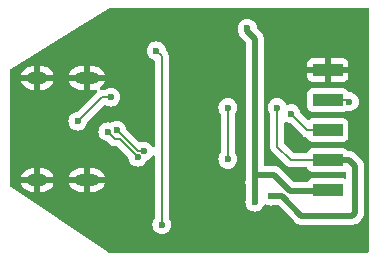
<source format=gbr>
%TF.GenerationSoftware,KiCad,Pcbnew,8.0.4*%
%TF.CreationDate,2024-08-06T21:58:01+07:00*%
%TF.ProjectId,cp2104-pd-source-v01,63703231-3034-42d7-9064-2d736f757263,rev?*%
%TF.SameCoordinates,Original*%
%TF.FileFunction,Copper,L2,Bot*%
%TF.FilePolarity,Positive*%
%FSLAX46Y46*%
G04 Gerber Fmt 4.6, Leading zero omitted, Abs format (unit mm)*
G04 Created by KiCad (PCBNEW 8.0.4) date 2024-08-06 21:58:01*
%MOMM*%
%LPD*%
G01*
G04 APERTURE LIST*
%TA.AperFunction,ComponentPad*%
%ADD10O,2.100000X1.000000*%
%TD*%
%TA.AperFunction,ComponentPad*%
%ADD11O,1.800000X1.000000*%
%TD*%
%TA.AperFunction,SMDPad,CuDef*%
%ADD12R,2.500000X1.000000*%
%TD*%
%TA.AperFunction,ViaPad*%
%ADD13C,0.600000*%
%TD*%
%TA.AperFunction,Conductor*%
%ADD14C,0.508000*%
%TD*%
%TA.AperFunction,Conductor*%
%ADD15C,0.200000*%
%TD*%
G04 APERTURE END LIST*
D10*
%TO.P,J1,S1,SHIELD*%
%TO.N,GND*%
X124706000Y-55782000D03*
D11*
X120526000Y-55782000D03*
D10*
X124706000Y-64422000D03*
D11*
X120526000Y-64422000D03*
%TD*%
D12*
%TO.P,J4,1,Pin_1*%
%TO.N,+5V*%
X145097000Y-65278000D03*
%TO.P,J4,2,Pin_2*%
%TO.N,+5V_IN*%
X145097000Y-62738000D03*
%TO.P,J4,3,Pin_3*%
%TO.N,DSR*%
X145097000Y-60198000D03*
%TO.P,J4,4,Pin_4*%
%TO.N,CTS*%
X145097000Y-57658000D03*
%TO.P,J4,5,Pin_5*%
%TO.N,GND*%
X145097000Y-55118000D03*
%TD*%
D13*
%TO.N,+5V*%
X138943000Y-66299000D03*
X138943000Y-64643000D03*
X138303000Y-51562000D03*
%TO.N,GND*%
X128143000Y-64643000D03*
X141935200Y-63754000D03*
X141605000Y-53975000D03*
X135509000Y-54737000D03*
X147193000Y-51689000D03*
X132461000Y-64262000D03*
X135382000Y-66802000D03*
X141224000Y-69088000D03*
X128143000Y-63881000D03*
X142443200Y-64211200D03*
X127381000Y-63881000D03*
X132461000Y-62738000D03*
X127381000Y-64643000D03*
X147955000Y-52451000D03*
X124587000Y-52959000D03*
X147955000Y-51689000D03*
X134747000Y-53975000D03*
X147193000Y-52451000D03*
X119368846Y-61217520D03*
X132080000Y-59182000D03*
X132842000Y-58420000D03*
X132461000Y-63500000D03*
X120142000Y-61214000D03*
X140843000Y-53213000D03*
X129032000Y-59182000D03*
X134747000Y-54737000D03*
X136906000Y-66802000D03*
X147828000Y-69088000D03*
X119380000Y-60452000D03*
X129032000Y-59944000D03*
X147828000Y-60833000D03*
X125349000Y-52959000D03*
X136144000Y-66802000D03*
X132080000Y-58420000D03*
X141605000Y-53213000D03*
X140843000Y-53975000D03*
X135509000Y-53975000D03*
X129794000Y-59944000D03*
X147828000Y-69850000D03*
X124587000Y-52197000D03*
X125349000Y-52197000D03*
X141224000Y-69850000D03*
X132842000Y-59182000D03*
X147828000Y-60071000D03*
X120142000Y-60452000D03*
X129794000Y-59182000D03*
%TO.N,+5V_IN*%
X140335000Y-65786000D03*
X146177000Y-67437000D03*
X140843000Y-58293000D03*
%TO.N,D+*%
X127254000Y-60198000D03*
X129540000Y-61976000D03*
%TO.N,D-*%
X129025932Y-62490068D03*
X126492000Y-60352000D03*
%TO.N,CC2*%
X123952000Y-59436000D03*
X126746000Y-57404000D03*
%TO.N,CTS*%
X146939000Y-57785000D03*
%TO.N,DSR*%
X141986000Y-58801000D03*
%TO.N,VBUS_EN*%
X130603372Y-53488000D03*
X131064000Y-68199000D03*
%TO.N,VADP_EN*%
X136652000Y-58293000D03*
X136652000Y-62665000D03*
%TD*%
D14*
%TO.N,+5V*%
X138943000Y-64008000D02*
X138943000Y-52456000D01*
X138943000Y-52456000D02*
X138303000Y-51816000D01*
X138303000Y-51816000D02*
X138303000Y-51562000D01*
X145051000Y-65324000D02*
X141905000Y-65324000D01*
X138943000Y-66299000D02*
X138943000Y-64643000D01*
X140589000Y-64008000D02*
X138943000Y-64008000D01*
X145097000Y-65278000D02*
X145051000Y-65324000D01*
X141905000Y-65324000D02*
X140589000Y-64008000D01*
X138943000Y-64643000D02*
X138943000Y-64008000D01*
D15*
%TO.N,+5V_IN*%
X140843000Y-58293000D02*
X140843000Y-61595000D01*
D14*
X147447000Y-63246000D02*
X147447000Y-67183000D01*
D15*
X141986000Y-62738000D02*
X145097000Y-62738000D01*
D14*
X141224000Y-65786000D02*
X140335000Y-65786000D01*
X147193000Y-67437000D02*
X146177000Y-67437000D01*
X142875000Y-67437000D02*
X141224000Y-65786000D01*
X147447000Y-67183000D02*
X147193000Y-67437000D01*
X146177000Y-67437000D02*
X142875000Y-67437000D01*
X145097000Y-62738000D02*
X146939000Y-62738000D01*
X146939000Y-62738000D02*
X147447000Y-63246000D01*
D15*
X140843000Y-61595000D02*
X141986000Y-62738000D01*
%TO.N,D+*%
X129527068Y-61963068D02*
X129540000Y-61976000D01*
X127254000Y-60198000D02*
X129019068Y-61963068D01*
X129019068Y-61963068D02*
X129527068Y-61963068D01*
%TO.N,D-*%
X127119000Y-60979000D02*
X126492000Y-60352000D01*
X126646000Y-60352000D02*
X126492000Y-60352000D01*
X129025932Y-62477932D02*
X127527000Y-60979000D01*
X129025932Y-62490068D02*
X129025932Y-62477932D01*
X127527000Y-60979000D02*
X127119000Y-60979000D01*
%TO.N,CC2*%
X125984000Y-57404000D02*
X126746000Y-57404000D01*
X123952000Y-59436000D02*
X125984000Y-57404000D01*
%TO.N,CTS*%
X146812000Y-57658000D02*
X145097000Y-57658000D01*
X146939000Y-57785000D02*
X146812000Y-57658000D01*
%TO.N,DSR*%
X143383000Y-60198000D02*
X141986000Y-58801000D01*
X145097000Y-60198000D02*
X143383000Y-60198000D01*
%TO.N,VBUS_EN*%
X131064000Y-68199000D02*
X131064000Y-53948628D01*
X131064000Y-53948628D02*
X130603372Y-53488000D01*
%TO.N,VADP_EN*%
X136652000Y-62665000D02*
X136652000Y-58293000D01*
%TD*%
%TA.AperFunction,Conductor*%
%TO.N,GND*%
G36*
X148533039Y-49844325D02*
G01*
X148578794Y-49897129D01*
X148590000Y-49948640D01*
X148590000Y-70447360D01*
X148570315Y-70514399D01*
X148517511Y-70560154D01*
X148466000Y-70571360D01*
X126570261Y-70571360D01*
X126503222Y-70551675D01*
X126501362Y-70550457D01*
X118279401Y-65055743D01*
X118234600Y-65002127D01*
X118224300Y-64952646D01*
X118224300Y-64172000D01*
X119156138Y-64172000D01*
X119959012Y-64172000D01*
X119941795Y-64181940D01*
X119885940Y-64237795D01*
X119846444Y-64306204D01*
X119826000Y-64382504D01*
X119826000Y-64461496D01*
X119846444Y-64537796D01*
X119885940Y-64606205D01*
X119941795Y-64662060D01*
X119959012Y-64672000D01*
X119156138Y-64672000D01*
X119164430Y-64713690D01*
X119164430Y-64713692D01*
X119239807Y-64895671D01*
X119239814Y-64895684D01*
X119349248Y-65059462D01*
X119349251Y-65059466D01*
X119488533Y-65198748D01*
X119488537Y-65198751D01*
X119652315Y-65308185D01*
X119652328Y-65308192D01*
X119834306Y-65383569D01*
X119834318Y-65383572D01*
X120027504Y-65421999D01*
X120027508Y-65422000D01*
X120276000Y-65422000D01*
X120276000Y-64722000D01*
X120776000Y-64722000D01*
X120776000Y-65422000D01*
X121024492Y-65422000D01*
X121024495Y-65421999D01*
X121217681Y-65383572D01*
X121217693Y-65383569D01*
X121399671Y-65308192D01*
X121399684Y-65308185D01*
X121563462Y-65198751D01*
X121563466Y-65198748D01*
X121702748Y-65059466D01*
X121702751Y-65059462D01*
X121812185Y-64895684D01*
X121812192Y-64895671D01*
X121887569Y-64713692D01*
X121887569Y-64713690D01*
X121895862Y-64672000D01*
X121092988Y-64672000D01*
X121110205Y-64662060D01*
X121166060Y-64606205D01*
X121205556Y-64537796D01*
X121226000Y-64461496D01*
X121226000Y-64382504D01*
X121205556Y-64306204D01*
X121166060Y-64237795D01*
X121110205Y-64181940D01*
X121092988Y-64172000D01*
X121895862Y-64172000D01*
X123186138Y-64172000D01*
X123989012Y-64172000D01*
X123971795Y-64181940D01*
X123915940Y-64237795D01*
X123876444Y-64306204D01*
X123856000Y-64382504D01*
X123856000Y-64461496D01*
X123876444Y-64537796D01*
X123915940Y-64606205D01*
X123971795Y-64662060D01*
X123989012Y-64672000D01*
X123186138Y-64672000D01*
X123194430Y-64713690D01*
X123194430Y-64713692D01*
X123269807Y-64895671D01*
X123269814Y-64895684D01*
X123379248Y-65059462D01*
X123379251Y-65059466D01*
X123518533Y-65198748D01*
X123518537Y-65198751D01*
X123682315Y-65308185D01*
X123682328Y-65308192D01*
X123864306Y-65383569D01*
X123864318Y-65383572D01*
X124057504Y-65421999D01*
X124057508Y-65422000D01*
X124456000Y-65422000D01*
X124456000Y-64722000D01*
X124956000Y-64722000D01*
X124956000Y-65422000D01*
X125354492Y-65422000D01*
X125354495Y-65421999D01*
X125547681Y-65383572D01*
X125547693Y-65383569D01*
X125729671Y-65308192D01*
X125729684Y-65308185D01*
X125893462Y-65198751D01*
X125893466Y-65198748D01*
X126032748Y-65059466D01*
X126032751Y-65059462D01*
X126142185Y-64895684D01*
X126142192Y-64895671D01*
X126217569Y-64713692D01*
X126217569Y-64713690D01*
X126225862Y-64672000D01*
X125422988Y-64672000D01*
X125440205Y-64662060D01*
X125496060Y-64606205D01*
X125535556Y-64537796D01*
X125556000Y-64461496D01*
X125556000Y-64382504D01*
X125535556Y-64306204D01*
X125496060Y-64237795D01*
X125440205Y-64181940D01*
X125422988Y-64172000D01*
X126225862Y-64172000D01*
X126217569Y-64130309D01*
X126217569Y-64130307D01*
X126142192Y-63948328D01*
X126142185Y-63948315D01*
X126032751Y-63784537D01*
X126032748Y-63784533D01*
X125893466Y-63645251D01*
X125893462Y-63645248D01*
X125729684Y-63535814D01*
X125729671Y-63535807D01*
X125547693Y-63460430D01*
X125547681Y-63460427D01*
X125354495Y-63422000D01*
X124956000Y-63422000D01*
X124956000Y-64122000D01*
X124456000Y-64122000D01*
X124456000Y-63422000D01*
X124057504Y-63422000D01*
X123864318Y-63460427D01*
X123864306Y-63460430D01*
X123682328Y-63535807D01*
X123682315Y-63535814D01*
X123518537Y-63645248D01*
X123518533Y-63645251D01*
X123379251Y-63784533D01*
X123379248Y-63784537D01*
X123269814Y-63948315D01*
X123269807Y-63948328D01*
X123194430Y-64130307D01*
X123194430Y-64130309D01*
X123186138Y-64172000D01*
X121895862Y-64172000D01*
X121887569Y-64130309D01*
X121887569Y-64130307D01*
X121812192Y-63948328D01*
X121812185Y-63948315D01*
X121702751Y-63784537D01*
X121702748Y-63784533D01*
X121563466Y-63645251D01*
X121563462Y-63645248D01*
X121399684Y-63535814D01*
X121399671Y-63535807D01*
X121217693Y-63460430D01*
X121217681Y-63460427D01*
X121024495Y-63422000D01*
X120776000Y-63422000D01*
X120776000Y-64122000D01*
X120276000Y-64122000D01*
X120276000Y-63422000D01*
X120027504Y-63422000D01*
X119834318Y-63460427D01*
X119834306Y-63460430D01*
X119652328Y-63535807D01*
X119652315Y-63535814D01*
X119488537Y-63645248D01*
X119488533Y-63645251D01*
X119349251Y-63784533D01*
X119349248Y-63784537D01*
X119239814Y-63948315D01*
X119239807Y-63948328D01*
X119164430Y-64130307D01*
X119164430Y-64130309D01*
X119156138Y-64172000D01*
X118224300Y-64172000D01*
X118224300Y-60351996D01*
X125686435Y-60351996D01*
X125686435Y-60352003D01*
X125706630Y-60531249D01*
X125706631Y-60531254D01*
X125766211Y-60701523D01*
X125820253Y-60787529D01*
X125862184Y-60854262D01*
X125989738Y-60981816D01*
X126142478Y-61077789D01*
X126312745Y-61137368D01*
X126399669Y-61147161D01*
X126464080Y-61174226D01*
X126473465Y-61182700D01*
X126634139Y-61343374D01*
X126634149Y-61343385D01*
X126638479Y-61347715D01*
X126638480Y-61347716D01*
X126750284Y-61459520D01*
X126834378Y-61508071D01*
X126834380Y-61508073D01*
X126887211Y-61538575D01*
X126887215Y-61538577D01*
X127039943Y-61579501D01*
X127039946Y-61579501D01*
X127205653Y-61579501D01*
X127205669Y-61579500D01*
X127226903Y-61579500D01*
X127293942Y-61599185D01*
X127314584Y-61615819D01*
X128193689Y-62494924D01*
X128227174Y-62556247D01*
X128229228Y-62568721D01*
X128240562Y-62669315D01*
X128240563Y-62669320D01*
X128300142Y-62839589D01*
X128303074Y-62844255D01*
X128396116Y-62992330D01*
X128523670Y-63119884D01*
X128676410Y-63215857D01*
X128783985Y-63253499D01*
X128846677Y-63275436D01*
X128846682Y-63275437D01*
X129025928Y-63295633D01*
X129025932Y-63295633D01*
X129025936Y-63295633D01*
X129205181Y-63275437D01*
X129205184Y-63275436D01*
X129205187Y-63275436D01*
X129375454Y-63215857D01*
X129528194Y-63119884D01*
X129655748Y-62992330D01*
X129751721Y-62839590D01*
X129767717Y-62793875D01*
X129808437Y-62737098D01*
X129843807Y-62717785D01*
X129852505Y-62714741D01*
X129889522Y-62701789D01*
X130042262Y-62605816D01*
X130169816Y-62478262D01*
X130234506Y-62375307D01*
X130286841Y-62329017D01*
X130355894Y-62318369D01*
X130419743Y-62346744D01*
X130458115Y-62405133D01*
X130463500Y-62441280D01*
X130463500Y-67616587D01*
X130443815Y-67683626D01*
X130436450Y-67693896D01*
X130434186Y-67696734D01*
X130338211Y-67849476D01*
X130278631Y-68019745D01*
X130278630Y-68019750D01*
X130258435Y-68198996D01*
X130258435Y-68199003D01*
X130278630Y-68378249D01*
X130278631Y-68378254D01*
X130338211Y-68548523D01*
X130434184Y-68701262D01*
X130561738Y-68828816D01*
X130714478Y-68924789D01*
X130884745Y-68984368D01*
X130884750Y-68984369D01*
X131063996Y-69004565D01*
X131064000Y-69004565D01*
X131064004Y-69004565D01*
X131243249Y-68984369D01*
X131243252Y-68984368D01*
X131243255Y-68984368D01*
X131413522Y-68924789D01*
X131566262Y-68828816D01*
X131693816Y-68701262D01*
X131789789Y-68548522D01*
X131849368Y-68378255D01*
X131849369Y-68378249D01*
X131869565Y-68199003D01*
X131869565Y-68198996D01*
X131849369Y-68019750D01*
X131849368Y-68019745D01*
X131813753Y-67917963D01*
X131789789Y-67849478D01*
X131693816Y-67696738D01*
X131693814Y-67696736D01*
X131693813Y-67696734D01*
X131691550Y-67693896D01*
X131690659Y-67691715D01*
X131690111Y-67690842D01*
X131690264Y-67690745D01*
X131665144Y-67629209D01*
X131664500Y-67616587D01*
X131664500Y-58292996D01*
X135846435Y-58292996D01*
X135846435Y-58293003D01*
X135866630Y-58472249D01*
X135866631Y-58472254D01*
X135926211Y-58642523D01*
X136022185Y-58795263D01*
X136024445Y-58798097D01*
X136025334Y-58800275D01*
X136025889Y-58801158D01*
X136025734Y-58801255D01*
X136050855Y-58862783D01*
X136051500Y-58875412D01*
X136051500Y-62082587D01*
X136031815Y-62149626D01*
X136024450Y-62159896D01*
X136022186Y-62162734D01*
X135926211Y-62315476D01*
X135866631Y-62485745D01*
X135866630Y-62485750D01*
X135846435Y-62664996D01*
X135846435Y-62665003D01*
X135866630Y-62844249D01*
X135866631Y-62844254D01*
X135926211Y-63014523D01*
X136022184Y-63167262D01*
X136149738Y-63294816D01*
X136302478Y-63390789D01*
X136391511Y-63421943D01*
X136472745Y-63450368D01*
X136472750Y-63450369D01*
X136651996Y-63470565D01*
X136652000Y-63470565D01*
X136652004Y-63470565D01*
X136831249Y-63450369D01*
X136831252Y-63450368D01*
X136831255Y-63450368D01*
X137001522Y-63390789D01*
X137154262Y-63294816D01*
X137281816Y-63167262D01*
X137377789Y-63014522D01*
X137437368Y-62844255D01*
X137437894Y-62839586D01*
X137457565Y-62665003D01*
X137457565Y-62664996D01*
X137437369Y-62485750D01*
X137437368Y-62485745D01*
X137421809Y-62441280D01*
X137377789Y-62315478D01*
X137281816Y-62162738D01*
X137281814Y-62162736D01*
X137281813Y-62162734D01*
X137279550Y-62159896D01*
X137278659Y-62157715D01*
X137278111Y-62156842D01*
X137278264Y-62156745D01*
X137253144Y-62095209D01*
X137252500Y-62082587D01*
X137252500Y-58875412D01*
X137272185Y-58808373D01*
X137279555Y-58798097D01*
X137281810Y-58795267D01*
X137281816Y-58795262D01*
X137377789Y-58642522D01*
X137437368Y-58472255D01*
X137443840Y-58414815D01*
X137457565Y-58293003D01*
X137457565Y-58292996D01*
X137437369Y-58113750D01*
X137437368Y-58113745D01*
X137411909Y-58040988D01*
X137377789Y-57943478D01*
X137281816Y-57790738D01*
X137154262Y-57663184D01*
X137001523Y-57567211D01*
X136831254Y-57507631D01*
X136831249Y-57507630D01*
X136652004Y-57487435D01*
X136651996Y-57487435D01*
X136472750Y-57507630D01*
X136472745Y-57507631D01*
X136302476Y-57567211D01*
X136149737Y-57663184D01*
X136022184Y-57790737D01*
X135926211Y-57943476D01*
X135866631Y-58113745D01*
X135866630Y-58113750D01*
X135846435Y-58292996D01*
X131664500Y-58292996D01*
X131664500Y-53869573D01*
X131664500Y-53869571D01*
X131623577Y-53716844D01*
X131594947Y-53667255D01*
X131544524Y-53579918D01*
X131544521Y-53579914D01*
X131544520Y-53579912D01*
X131434071Y-53469463D01*
X131400587Y-53408140D01*
X131398533Y-53395664D01*
X131388741Y-53308747D01*
X131329161Y-53138478D01*
X131233187Y-52985737D01*
X131105634Y-52858184D01*
X130952895Y-52762211D01*
X130782626Y-52702631D01*
X130782621Y-52702630D01*
X130603376Y-52682435D01*
X130603368Y-52682435D01*
X130424122Y-52702630D01*
X130424117Y-52702631D01*
X130253848Y-52762211D01*
X130101109Y-52858184D01*
X129973556Y-52985737D01*
X129877583Y-53138476D01*
X129818003Y-53308745D01*
X129818002Y-53308750D01*
X129797807Y-53487996D01*
X129797807Y-53488003D01*
X129818002Y-53667249D01*
X129818003Y-53667254D01*
X129877583Y-53837523D01*
X129897722Y-53869573D01*
X129973556Y-53990262D01*
X130101110Y-54117816D01*
X130253850Y-54213789D01*
X130380455Y-54258090D01*
X130437230Y-54298810D01*
X130462978Y-54363763D01*
X130463500Y-54375131D01*
X130463500Y-61510719D01*
X130443815Y-61577758D01*
X130391011Y-61623513D01*
X130321853Y-61633457D01*
X130258297Y-61604432D01*
X130234506Y-61576691D01*
X130191563Y-61508348D01*
X130169816Y-61473738D01*
X130042262Y-61346184D01*
X130037790Y-61343374D01*
X129889523Y-61250211D01*
X129719254Y-61190631D01*
X129719249Y-61190630D01*
X129540004Y-61170435D01*
X129539996Y-61170435D01*
X129360750Y-61190630D01*
X129360742Y-61190632D01*
X129238067Y-61233558D01*
X129168288Y-61237119D01*
X129109432Y-61204197D01*
X128084700Y-60179465D01*
X128051215Y-60118142D01*
X128049163Y-60105686D01*
X128039368Y-60018745D01*
X127979789Y-59848478D01*
X127883816Y-59695738D01*
X127756262Y-59568184D01*
X127692840Y-59528333D01*
X127603523Y-59472211D01*
X127433254Y-59412631D01*
X127433249Y-59412630D01*
X127254004Y-59392435D01*
X127253996Y-59392435D01*
X127074750Y-59412630D01*
X127074745Y-59412631D01*
X126904476Y-59472211D01*
X126775098Y-59553505D01*
X126707861Y-59572505D01*
X126678241Y-59567317D01*
X126678044Y-59568181D01*
X126671253Y-59566631D01*
X126492004Y-59546435D01*
X126491996Y-59546435D01*
X126312750Y-59566630D01*
X126312745Y-59566631D01*
X126142476Y-59626211D01*
X125989737Y-59722184D01*
X125862184Y-59849737D01*
X125766211Y-60002476D01*
X125706631Y-60172745D01*
X125706630Y-60172750D01*
X125686435Y-60351996D01*
X118224300Y-60351996D01*
X118224300Y-59435996D01*
X123146435Y-59435996D01*
X123146435Y-59436003D01*
X123166630Y-59615249D01*
X123166631Y-59615254D01*
X123226211Y-59785523D01*
X123322184Y-59938262D01*
X123449738Y-60065816D01*
X123513159Y-60105666D01*
X123581780Y-60148784D01*
X123602478Y-60161789D01*
X123772745Y-60221368D01*
X123772750Y-60221369D01*
X123951996Y-60241565D01*
X123952000Y-60241565D01*
X123952004Y-60241565D01*
X124131249Y-60221369D01*
X124131252Y-60221368D01*
X124131255Y-60221368D01*
X124301522Y-60161789D01*
X124454262Y-60065816D01*
X124581816Y-59938262D01*
X124677789Y-59785522D01*
X124737368Y-59615255D01*
X124747161Y-59528329D01*
X124774226Y-59463918D01*
X124782690Y-59454543D01*
X126149054Y-58088179D01*
X126210375Y-58054696D01*
X126280067Y-58059680D01*
X126302705Y-58070868D01*
X126327318Y-58086333D01*
X126396478Y-58129789D01*
X126514778Y-58171184D01*
X126566745Y-58189368D01*
X126566750Y-58189369D01*
X126745996Y-58209565D01*
X126746000Y-58209565D01*
X126746004Y-58209565D01*
X126925249Y-58189369D01*
X126925252Y-58189368D01*
X126925255Y-58189368D01*
X127095522Y-58129789D01*
X127248262Y-58033816D01*
X127375816Y-57906262D01*
X127471789Y-57753522D01*
X127531368Y-57583255D01*
X127539889Y-57507630D01*
X127551565Y-57404003D01*
X127551565Y-57403996D01*
X127531369Y-57224750D01*
X127531368Y-57224745D01*
X127471789Y-57054478D01*
X127375816Y-56901738D01*
X127248262Y-56774184D01*
X127228652Y-56761862D01*
X127095523Y-56678211D01*
X126925254Y-56618631D01*
X126925249Y-56618630D01*
X126746004Y-56598435D01*
X126745996Y-56598435D01*
X126566750Y-56618630D01*
X126566745Y-56618631D01*
X126396476Y-56678211D01*
X126243736Y-56774185D01*
X126240903Y-56776445D01*
X126238724Y-56777334D01*
X126237842Y-56777889D01*
X126237744Y-56777734D01*
X126176217Y-56802855D01*
X126163588Y-56803500D01*
X126070669Y-56803500D01*
X126070653Y-56803499D01*
X126063057Y-56803499D01*
X125935946Y-56803499D01*
X125868907Y-56783814D01*
X125823152Y-56731010D01*
X125813208Y-56661852D01*
X125842233Y-56598296D01*
X125867054Y-56576397D01*
X125893466Y-56558748D01*
X126032748Y-56419466D01*
X126032751Y-56419462D01*
X126142185Y-56255684D01*
X126142192Y-56255671D01*
X126217569Y-56073692D01*
X126217569Y-56073690D01*
X126225862Y-56032000D01*
X125422988Y-56032000D01*
X125440205Y-56022060D01*
X125496060Y-55966205D01*
X125535556Y-55897796D01*
X125556000Y-55821496D01*
X125556000Y-55742504D01*
X125535556Y-55666204D01*
X125496060Y-55597795D01*
X125440205Y-55541940D01*
X125422988Y-55532000D01*
X126225862Y-55532000D01*
X126217569Y-55490309D01*
X126217569Y-55490307D01*
X126142192Y-55308328D01*
X126142185Y-55308315D01*
X126032751Y-55144537D01*
X126032748Y-55144533D01*
X125893466Y-55005251D01*
X125893462Y-55005248D01*
X125729684Y-54895814D01*
X125729671Y-54895807D01*
X125547693Y-54820430D01*
X125547681Y-54820427D01*
X125354495Y-54782000D01*
X124956000Y-54782000D01*
X124956000Y-55482000D01*
X124456000Y-55482000D01*
X124456000Y-54782000D01*
X124057504Y-54782000D01*
X123864318Y-54820427D01*
X123864306Y-54820430D01*
X123682328Y-54895807D01*
X123682315Y-54895814D01*
X123518537Y-55005248D01*
X123518533Y-55005251D01*
X123379251Y-55144533D01*
X123379248Y-55144537D01*
X123269814Y-55308315D01*
X123269807Y-55308328D01*
X123194430Y-55490307D01*
X123194430Y-55490309D01*
X123186138Y-55532000D01*
X123989012Y-55532000D01*
X123971795Y-55541940D01*
X123915940Y-55597795D01*
X123876444Y-55666204D01*
X123856000Y-55742504D01*
X123856000Y-55821496D01*
X123876444Y-55897796D01*
X123915940Y-55966205D01*
X123971795Y-56022060D01*
X123989012Y-56032000D01*
X123186138Y-56032000D01*
X123194430Y-56073690D01*
X123194430Y-56073692D01*
X123269807Y-56255671D01*
X123269814Y-56255684D01*
X123379248Y-56419462D01*
X123379251Y-56419466D01*
X123518533Y-56558748D01*
X123518537Y-56558751D01*
X123682315Y-56668185D01*
X123682328Y-56668192D01*
X123864306Y-56743569D01*
X123864318Y-56743572D01*
X124057504Y-56781999D01*
X124057508Y-56782000D01*
X124456000Y-56782000D01*
X124456000Y-56082000D01*
X124956000Y-56082000D01*
X124956000Y-56782000D01*
X125354492Y-56782000D01*
X125354492Y-56781999D01*
X125455730Y-56761862D01*
X125525322Y-56768089D01*
X125580499Y-56810952D01*
X125603744Y-56876841D01*
X125587676Y-56944838D01*
X125567604Y-56971160D01*
X125503480Y-57035284D01*
X125503478Y-57035286D01*
X123933465Y-58605298D01*
X123872142Y-58638783D01*
X123859668Y-58640837D01*
X123772750Y-58650630D01*
X123602478Y-58710210D01*
X123449737Y-58806184D01*
X123322184Y-58933737D01*
X123226211Y-59086476D01*
X123166631Y-59256745D01*
X123166630Y-59256750D01*
X123146435Y-59435996D01*
X118224300Y-59435996D01*
X118224300Y-55532000D01*
X119156138Y-55532000D01*
X119959012Y-55532000D01*
X119941795Y-55541940D01*
X119885940Y-55597795D01*
X119846444Y-55666204D01*
X119826000Y-55742504D01*
X119826000Y-55821496D01*
X119846444Y-55897796D01*
X119885940Y-55966205D01*
X119941795Y-56022060D01*
X119959012Y-56032000D01*
X119156138Y-56032000D01*
X119164430Y-56073690D01*
X119164430Y-56073692D01*
X119239807Y-56255671D01*
X119239814Y-56255684D01*
X119349248Y-56419462D01*
X119349251Y-56419466D01*
X119488533Y-56558748D01*
X119488537Y-56558751D01*
X119652315Y-56668185D01*
X119652328Y-56668192D01*
X119834306Y-56743569D01*
X119834318Y-56743572D01*
X120027504Y-56781999D01*
X120027508Y-56782000D01*
X120276000Y-56782000D01*
X120276000Y-56082000D01*
X120776000Y-56082000D01*
X120776000Y-56782000D01*
X121024492Y-56782000D01*
X121024495Y-56781999D01*
X121217681Y-56743572D01*
X121217693Y-56743569D01*
X121399671Y-56668192D01*
X121399684Y-56668185D01*
X121563462Y-56558751D01*
X121563466Y-56558748D01*
X121702748Y-56419466D01*
X121702751Y-56419462D01*
X121812185Y-56255684D01*
X121812192Y-56255671D01*
X121887569Y-56073692D01*
X121887569Y-56073690D01*
X121895862Y-56032000D01*
X121092988Y-56032000D01*
X121110205Y-56022060D01*
X121166060Y-55966205D01*
X121205556Y-55897796D01*
X121226000Y-55821496D01*
X121226000Y-55742504D01*
X121205556Y-55666204D01*
X121166060Y-55597795D01*
X121110205Y-55541940D01*
X121092988Y-55532000D01*
X121895862Y-55532000D01*
X121887569Y-55490309D01*
X121887569Y-55490307D01*
X121812192Y-55308328D01*
X121812185Y-55308315D01*
X121702751Y-55144537D01*
X121702748Y-55144533D01*
X121563466Y-55005251D01*
X121563462Y-55005248D01*
X121399684Y-54895814D01*
X121399671Y-54895807D01*
X121217693Y-54820430D01*
X121217681Y-54820427D01*
X121024495Y-54782000D01*
X120776000Y-54782000D01*
X120776000Y-55482000D01*
X120276000Y-55482000D01*
X120276000Y-54782000D01*
X120027504Y-54782000D01*
X119834318Y-54820427D01*
X119834306Y-54820430D01*
X119652328Y-54895807D01*
X119652315Y-54895814D01*
X119488537Y-55005248D01*
X119488533Y-55005251D01*
X119349251Y-55144533D01*
X119349248Y-55144537D01*
X119239814Y-55308315D01*
X119239807Y-55308328D01*
X119164430Y-55490307D01*
X119164430Y-55490309D01*
X119156138Y-55532000D01*
X118224300Y-55532000D01*
X118224300Y-55123562D01*
X118243985Y-55056523D01*
X118283015Y-55018140D01*
X123864210Y-51561996D01*
X137497435Y-51561996D01*
X137497435Y-51562003D01*
X137517630Y-51741246D01*
X137517632Y-51741256D01*
X137541540Y-51809579D01*
X137548499Y-51850534D01*
X137548499Y-51890313D01*
X137565352Y-51975033D01*
X137565352Y-51975035D01*
X137577492Y-52036072D01*
X137577494Y-52036078D01*
X137577495Y-52036080D01*
X137601053Y-52092955D01*
X137634370Y-52173389D01*
X137676149Y-52235916D01*
X137716942Y-52296968D01*
X137716943Y-52296969D01*
X138152181Y-52732205D01*
X138185666Y-52793528D01*
X138188500Y-52819886D01*
X138188500Y-64354459D01*
X138181542Y-64395414D01*
X138157631Y-64463745D01*
X138157630Y-64463750D01*
X138137435Y-64642996D01*
X138137435Y-64643003D01*
X138157630Y-64822246D01*
X138157632Y-64822256D01*
X138181541Y-64890582D01*
X138188500Y-64931537D01*
X138188500Y-66010459D01*
X138181542Y-66051414D01*
X138157631Y-66119745D01*
X138157630Y-66119750D01*
X138137435Y-66298996D01*
X138137435Y-66299003D01*
X138157630Y-66478249D01*
X138157631Y-66478254D01*
X138217211Y-66648523D01*
X138313184Y-66801262D01*
X138440738Y-66928816D01*
X138593478Y-67024789D01*
X138763745Y-67084368D01*
X138763750Y-67084369D01*
X138942996Y-67104565D01*
X138943000Y-67104565D01*
X138943004Y-67104565D01*
X139122249Y-67084369D01*
X139122252Y-67084368D01*
X139122255Y-67084368D01*
X139292522Y-67024789D01*
X139445262Y-66928816D01*
X139572816Y-66801262D01*
X139668789Y-66648522D01*
X139713734Y-66520075D01*
X139754456Y-66463300D01*
X139819408Y-66437552D01*
X139887970Y-66451008D01*
X139896744Y-66456034D01*
X139985478Y-66511789D01*
X140123786Y-66560185D01*
X140155745Y-66571368D01*
X140155750Y-66571369D01*
X140334996Y-66591565D01*
X140335000Y-66591565D01*
X140335004Y-66591565D01*
X140514249Y-66571369D01*
X140514251Y-66571368D01*
X140514255Y-66571368D01*
X140514258Y-66571366D01*
X140514262Y-66571366D01*
X140582585Y-66547459D01*
X140623540Y-66540500D01*
X140860113Y-66540500D01*
X140927152Y-66560185D01*
X140947794Y-66576819D01*
X142284600Y-67913624D01*
X142284610Y-67913635D01*
X142288940Y-67917965D01*
X142288941Y-67917966D01*
X142394034Y-68023059D01*
X142404609Y-68030125D01*
X142404613Y-68030129D01*
X142404614Y-68030128D01*
X142517611Y-68105630D01*
X142594553Y-68137500D01*
X142654920Y-68162505D01*
X142654924Y-68162506D01*
X142679104Y-68167315D01*
X142679110Y-68167316D01*
X142800686Y-68191501D01*
X142800688Y-68191501D01*
X142955426Y-68191501D01*
X142955446Y-68191500D01*
X145888460Y-68191500D01*
X145929415Y-68198459D01*
X145997737Y-68222366D01*
X145997743Y-68222367D01*
X145997745Y-68222368D01*
X145997746Y-68222368D01*
X145997750Y-68222369D01*
X146176996Y-68242565D01*
X146177000Y-68242565D01*
X146177004Y-68242565D01*
X146356249Y-68222369D01*
X146356251Y-68222368D01*
X146356255Y-68222368D01*
X146356258Y-68222366D01*
X146356262Y-68222366D01*
X146424585Y-68198459D01*
X146465540Y-68191500D01*
X147112554Y-68191500D01*
X147112574Y-68191501D01*
X147118688Y-68191501D01*
X147267314Y-68191501D01*
X147388894Y-68167315D01*
X147388894Y-68167316D01*
X147388900Y-68167313D01*
X147413080Y-68162505D01*
X147473447Y-68137500D01*
X147550389Y-68105630D01*
X147673966Y-68023059D01*
X147927963Y-67769060D01*
X147927966Y-67769059D01*
X148033059Y-67663966D01*
X148115629Y-67540390D01*
X148172505Y-67403080D01*
X148201500Y-67257312D01*
X148201500Y-63171688D01*
X148172505Y-63025920D01*
X148115629Y-62888610D01*
X148085992Y-62844255D01*
X148033060Y-62765035D01*
X148033054Y-62765028D01*
X147923646Y-62655620D01*
X147923625Y-62655600D01*
X147419969Y-62151943D01*
X147419968Y-62151942D01*
X147296392Y-62069372D01*
X147296391Y-62069371D01*
X147296389Y-62069370D01*
X147296386Y-62069368D01*
X147296381Y-62069366D01*
X147213856Y-62035184D01*
X147213854Y-62035183D01*
X147159084Y-62012496D01*
X147159081Y-62012495D01*
X147151796Y-62011046D01*
X147122456Y-62005210D01*
X147067884Y-61994354D01*
X147013313Y-61983499D01*
X147013312Y-61983499D01*
X146864688Y-61983499D01*
X146858574Y-61983499D01*
X146858554Y-61983500D01*
X146843756Y-61983500D01*
X146776717Y-61963815D01*
X146744490Y-61933812D01*
X146728860Y-61912933D01*
X146704546Y-61880454D01*
X146704544Y-61880453D01*
X146704544Y-61880452D01*
X146589335Y-61794206D01*
X146589328Y-61794202D01*
X146454482Y-61743908D01*
X146454483Y-61743908D01*
X146394883Y-61737501D01*
X146394881Y-61737500D01*
X146394873Y-61737500D01*
X146394864Y-61737500D01*
X143799129Y-61737500D01*
X143799123Y-61737501D01*
X143739516Y-61743908D01*
X143604671Y-61794202D01*
X143604664Y-61794206D01*
X143489455Y-61880452D01*
X143489452Y-61880455D01*
X143403206Y-61995664D01*
X143403202Y-61995671D01*
X143380391Y-62056833D01*
X143338520Y-62112767D01*
X143273056Y-62137184D01*
X143264209Y-62137500D01*
X142286097Y-62137500D01*
X142219058Y-62117815D01*
X142198416Y-62101181D01*
X141479819Y-61382584D01*
X141446334Y-61321261D01*
X141443500Y-61294903D01*
X141443500Y-59629894D01*
X141463185Y-59562855D01*
X141515989Y-59517100D01*
X141585147Y-59507156D01*
X141633476Y-59524903D01*
X141636477Y-59526789D01*
X141640890Y-59528333D01*
X141806745Y-59586368D01*
X141893669Y-59596161D01*
X141958080Y-59623226D01*
X141967465Y-59631700D01*
X142898139Y-60562374D01*
X142898149Y-60562385D01*
X142902479Y-60566715D01*
X142902480Y-60566716D01*
X143014284Y-60678520D01*
X143014286Y-60678521D01*
X143014290Y-60678524D01*
X143130928Y-60745864D01*
X143151216Y-60757577D01*
X143263019Y-60787534D01*
X143293709Y-60795758D01*
X143353367Y-60832125D01*
X143377792Y-60872198D01*
X143403202Y-60940328D01*
X143403206Y-60940335D01*
X143489452Y-61055544D01*
X143489455Y-61055547D01*
X143604664Y-61141793D01*
X143604671Y-61141797D01*
X143739517Y-61192091D01*
X143739516Y-61192091D01*
X143746444Y-61192835D01*
X143799127Y-61198500D01*
X146394872Y-61198499D01*
X146454483Y-61192091D01*
X146589331Y-61141796D01*
X146704546Y-61055546D01*
X146790796Y-60940331D01*
X146841091Y-60805483D01*
X146847500Y-60745873D01*
X146847499Y-59650128D01*
X146841091Y-59590517D01*
X146840113Y-59587896D01*
X146790797Y-59455671D01*
X146790793Y-59455664D01*
X146704547Y-59340455D01*
X146704544Y-59340452D01*
X146589335Y-59254206D01*
X146589328Y-59254202D01*
X146454482Y-59203908D01*
X146454483Y-59203908D01*
X146394883Y-59197501D01*
X146394881Y-59197500D01*
X146394873Y-59197500D01*
X146394864Y-59197500D01*
X143799129Y-59197500D01*
X143799123Y-59197501D01*
X143739516Y-59203908D01*
X143604671Y-59254202D01*
X143604665Y-59254206D01*
X143509835Y-59325195D01*
X143444371Y-59349612D01*
X143376098Y-59334760D01*
X143347844Y-59313609D01*
X142816700Y-58782465D01*
X142783215Y-58721142D01*
X142781163Y-58708686D01*
X142771368Y-58621745D01*
X142711789Y-58451478D01*
X142615816Y-58298738D01*
X142488262Y-58171184D01*
X142335523Y-58075211D01*
X142165254Y-58015631D01*
X142165249Y-58015630D01*
X141986004Y-57995435D01*
X141985996Y-57995435D01*
X141806750Y-58015630D01*
X141806742Y-58015632D01*
X141734280Y-58040988D01*
X141664501Y-58044549D01*
X141603874Y-58009820D01*
X141576284Y-57964900D01*
X141568789Y-57943478D01*
X141472816Y-57790738D01*
X141345262Y-57663184D01*
X141192523Y-57567211D01*
X141022254Y-57507631D01*
X141022249Y-57507630D01*
X140843004Y-57487435D01*
X140842996Y-57487435D01*
X140663750Y-57507630D01*
X140663745Y-57507631D01*
X140493476Y-57567211D01*
X140340737Y-57663184D01*
X140213184Y-57790737D01*
X140117211Y-57943476D01*
X140057631Y-58113745D01*
X140057630Y-58113750D01*
X140037435Y-58292996D01*
X140037435Y-58293003D01*
X140057630Y-58472249D01*
X140057631Y-58472254D01*
X140117211Y-58642523D01*
X140213185Y-58795263D01*
X140215445Y-58798097D01*
X140216334Y-58800275D01*
X140216889Y-58801158D01*
X140216734Y-58801255D01*
X140241855Y-58862783D01*
X140242500Y-58875412D01*
X140242500Y-61508330D01*
X140242499Y-61508348D01*
X140242499Y-61674054D01*
X140242498Y-61674054D01*
X140283423Y-61826785D01*
X140312358Y-61876900D01*
X140312359Y-61876904D01*
X140312360Y-61876904D01*
X140362479Y-61963714D01*
X140362481Y-61963717D01*
X140481349Y-62082585D01*
X140481355Y-62082590D01*
X141501139Y-63102374D01*
X141501149Y-63102385D01*
X141505479Y-63106715D01*
X141505480Y-63106716D01*
X141617284Y-63218520D01*
X141677871Y-63253499D01*
X141704095Y-63268639D01*
X141704097Y-63268641D01*
X141742151Y-63290611D01*
X141754215Y-63297577D01*
X141906943Y-63338500D01*
X142065057Y-63338500D01*
X143264209Y-63338500D01*
X143331248Y-63358185D01*
X143377003Y-63410989D01*
X143380391Y-63419167D01*
X143403202Y-63480328D01*
X143403206Y-63480335D01*
X143489452Y-63595544D01*
X143489455Y-63595547D01*
X143604664Y-63681793D01*
X143604671Y-63681797D01*
X143739517Y-63732091D01*
X143739516Y-63732091D01*
X143746444Y-63732835D01*
X143799127Y-63738500D01*
X146394872Y-63738499D01*
X146454483Y-63732091D01*
X146525169Y-63705726D01*
X146594858Y-63700743D01*
X146656181Y-63734227D01*
X146689666Y-63795550D01*
X146692500Y-63821909D01*
X146692500Y-64194090D01*
X146672815Y-64261129D01*
X146620011Y-64306884D01*
X146550853Y-64316828D01*
X146525167Y-64310272D01*
X146454482Y-64283908D01*
X146454483Y-64283908D01*
X146394883Y-64277501D01*
X146394881Y-64277500D01*
X146394873Y-64277500D01*
X146394864Y-64277500D01*
X143799129Y-64277500D01*
X143799123Y-64277501D01*
X143739516Y-64283908D01*
X143604671Y-64334202D01*
X143604664Y-64334206D01*
X143489455Y-64420452D01*
X143415074Y-64519812D01*
X143359140Y-64561682D01*
X143315808Y-64569500D01*
X142268887Y-64569500D01*
X142201848Y-64549815D01*
X142181206Y-64533181D01*
X141069969Y-63421943D01*
X141069968Y-63421942D01*
X140946392Y-63339372D01*
X140946391Y-63339371D01*
X140946389Y-63339370D01*
X140946386Y-63339368D01*
X140946381Y-63339366D01*
X140845491Y-63297577D01*
X140845489Y-63297576D01*
X140809084Y-63282496D01*
X140809081Y-63282495D01*
X140802022Y-63281091D01*
X140773592Y-63275436D01*
X140718452Y-63264467D01*
X140663313Y-63253499D01*
X140663312Y-63253499D01*
X140514688Y-63253499D01*
X140508574Y-63253499D01*
X140508554Y-63253500D01*
X139821500Y-63253500D01*
X139754461Y-63233815D01*
X139708706Y-63181011D01*
X139697500Y-63129500D01*
X139697500Y-57110135D01*
X143346500Y-57110135D01*
X143346500Y-58205870D01*
X143346501Y-58205876D01*
X143352908Y-58265483D01*
X143403202Y-58400328D01*
X143403206Y-58400335D01*
X143489452Y-58515544D01*
X143489455Y-58515547D01*
X143604664Y-58601793D01*
X143604671Y-58601797D01*
X143739517Y-58652091D01*
X143739516Y-58652091D01*
X143746444Y-58652835D01*
X143799127Y-58658500D01*
X146394872Y-58658499D01*
X146454483Y-58652091D01*
X146535845Y-58621745D01*
X146589329Y-58601797D01*
X146589329Y-58601796D01*
X146589331Y-58601796D01*
X146619326Y-58579341D01*
X146684787Y-58554923D01*
X146734589Y-58561565D01*
X146759745Y-58570368D01*
X146759749Y-58570368D01*
X146759751Y-58570369D01*
X146938996Y-58590565D01*
X146939000Y-58590565D01*
X146939004Y-58590565D01*
X147118249Y-58570369D01*
X147118252Y-58570368D01*
X147118255Y-58570368D01*
X147288522Y-58510789D01*
X147441262Y-58414816D01*
X147568816Y-58287262D01*
X147664789Y-58134522D01*
X147724368Y-57964255D01*
X147726709Y-57943478D01*
X147744565Y-57785003D01*
X147744565Y-57784996D01*
X147724369Y-57605750D01*
X147724368Y-57605745D01*
X147690036Y-57507630D01*
X147664789Y-57435478D01*
X147568816Y-57282738D01*
X147441262Y-57155184D01*
X147369567Y-57110135D01*
X147288523Y-57059211D01*
X147118254Y-56999631D01*
X147118249Y-56999630D01*
X146939004Y-56979435D01*
X146939003Y-56979435D01*
X146939001Y-56979435D01*
X146939000Y-56979435D01*
X146923463Y-56981185D01*
X146914972Y-56982142D01*
X146846150Y-56970085D01*
X146794772Y-56922735D01*
X146792258Y-56918346D01*
X146790794Y-56915666D01*
X146704547Y-56800455D01*
X146704544Y-56800452D01*
X146589335Y-56714206D01*
X146589328Y-56714202D01*
X146454482Y-56663908D01*
X146454483Y-56663908D01*
X146394883Y-56657501D01*
X146394881Y-56657500D01*
X146394873Y-56657500D01*
X146394864Y-56657500D01*
X143799129Y-56657500D01*
X143799123Y-56657501D01*
X143739516Y-56663908D01*
X143604671Y-56714202D01*
X143604664Y-56714206D01*
X143489455Y-56800452D01*
X143489452Y-56800455D01*
X143403206Y-56915664D01*
X143403202Y-56915671D01*
X143352908Y-57050517D01*
X143346501Y-57110116D01*
X143346500Y-57110135D01*
X139697500Y-57110135D01*
X139697500Y-55665844D01*
X143347000Y-55665844D01*
X143353401Y-55725372D01*
X143353403Y-55725379D01*
X143403645Y-55860086D01*
X143403649Y-55860093D01*
X143489809Y-55975187D01*
X143489812Y-55975190D01*
X143604906Y-56061350D01*
X143604913Y-56061354D01*
X143739620Y-56111596D01*
X143739627Y-56111598D01*
X143799155Y-56117999D01*
X143799172Y-56118000D01*
X144847000Y-56118000D01*
X145347000Y-56118000D01*
X146394828Y-56118000D01*
X146394844Y-56117999D01*
X146454372Y-56111598D01*
X146454379Y-56111596D01*
X146589086Y-56061354D01*
X146589093Y-56061350D01*
X146704187Y-55975190D01*
X146704190Y-55975187D01*
X146790350Y-55860093D01*
X146790354Y-55860086D01*
X146840596Y-55725379D01*
X146840598Y-55725372D01*
X146846999Y-55665844D01*
X146847000Y-55665827D01*
X146847000Y-55368000D01*
X145347000Y-55368000D01*
X145347000Y-56118000D01*
X144847000Y-56118000D01*
X144847000Y-55368000D01*
X143347000Y-55368000D01*
X143347000Y-55665844D01*
X139697500Y-55665844D01*
X139697500Y-54570155D01*
X143347000Y-54570155D01*
X143347000Y-54868000D01*
X144847000Y-54868000D01*
X145347000Y-54868000D01*
X146847000Y-54868000D01*
X146847000Y-54570172D01*
X146846999Y-54570155D01*
X146840598Y-54510627D01*
X146840596Y-54510620D01*
X146790354Y-54375913D01*
X146790350Y-54375906D01*
X146704190Y-54260812D01*
X146704187Y-54260809D01*
X146589093Y-54174649D01*
X146589086Y-54174645D01*
X146454379Y-54124403D01*
X146454372Y-54124401D01*
X146394844Y-54118000D01*
X145347000Y-54118000D01*
X145347000Y-54868000D01*
X144847000Y-54868000D01*
X144847000Y-54118000D01*
X143799155Y-54118000D01*
X143739627Y-54124401D01*
X143739620Y-54124403D01*
X143604913Y-54174645D01*
X143604906Y-54174649D01*
X143489812Y-54260809D01*
X143489809Y-54260812D01*
X143403649Y-54375906D01*
X143403645Y-54375913D01*
X143353403Y-54510620D01*
X143353401Y-54510627D01*
X143347000Y-54570155D01*
X139697500Y-54570155D01*
X139697500Y-52536446D01*
X139697501Y-52536425D01*
X139697501Y-52381685D01*
X139668506Y-52235926D01*
X139668505Y-52235925D01*
X139668505Y-52235921D01*
X139611630Y-52098611D01*
X139569848Y-52036080D01*
X139569848Y-52036079D01*
X139529060Y-51975035D01*
X139529054Y-51975028D01*
X139419647Y-51865621D01*
X139419624Y-51865600D01*
X139138298Y-51584274D01*
X139104813Y-51522951D01*
X139102759Y-51510475D01*
X139088369Y-51382750D01*
X139088368Y-51382745D01*
X139028788Y-51212476D01*
X138932815Y-51059737D01*
X138805262Y-50932184D01*
X138652523Y-50836211D01*
X138482254Y-50776631D01*
X138482249Y-50776630D01*
X138303004Y-50756435D01*
X138302996Y-50756435D01*
X138123750Y-50776630D01*
X138123745Y-50776631D01*
X137953476Y-50836211D01*
X137800737Y-50932184D01*
X137673184Y-51059737D01*
X137577211Y-51212476D01*
X137517631Y-51382745D01*
X137517630Y-51382750D01*
X137497435Y-51561996D01*
X123864210Y-51561996D01*
X126469557Y-49948640D01*
X126639801Y-49843217D01*
X126705084Y-49824640D01*
X148466000Y-49824640D01*
X148533039Y-49844325D01*
G37*
%TD.AperFunction*%
%TD*%
M02*

</source>
